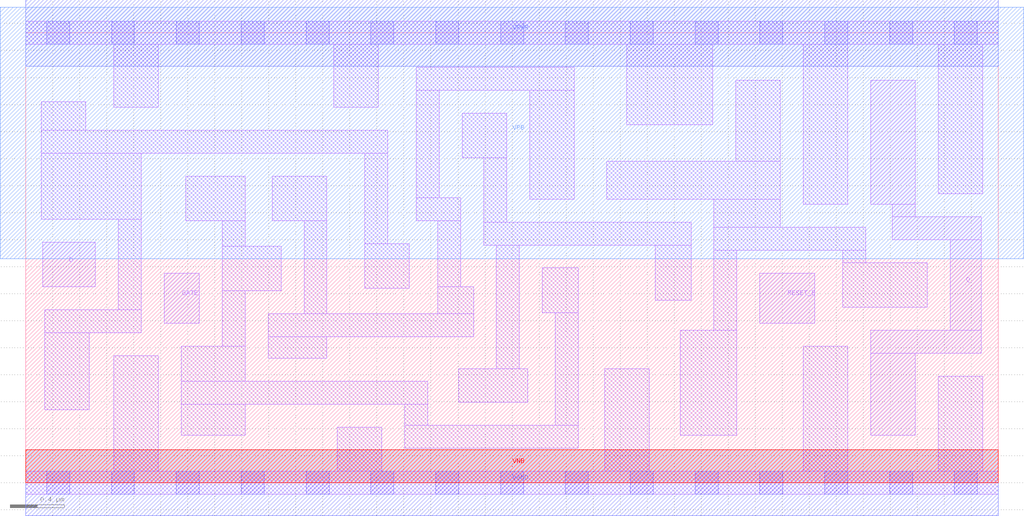
<source format=lef>
# Copyright 2020 The SkyWater PDK Authors
#
# Licensed under the Apache License, Version 2.0 (the "License");
# you may not use this file except in compliance with the License.
# You may obtain a copy of the License at
#
#     https://www.apache.org/licenses/LICENSE-2.0
#
# Unless required by applicable law or agreed to in writing, software
# distributed under the License is distributed on an "AS IS" BASIS,
# WITHOUT WARRANTIES OR CONDITIONS OF ANY KIND, either express or implied.
# See the License for the specific language governing permissions and
# limitations under the License.
#
# SPDX-License-Identifier: Apache-2.0

VERSION 5.7 ;
  NOWIREEXTENSIONATPIN ON ;
  DIVIDERCHAR "/" ;
  BUSBITCHARS "[]" ;
MACRO sky130_fd_sc_ls__dlrtp_2
  CLASS CORE ;
  FOREIGN sky130_fd_sc_ls__dlrtp_2 ;
  ORIGIN  0.000000  0.000000 ;
  SIZE  7.200000 BY  3.330000 ;
  SYMMETRY X Y ;
  SITE unit ;
  PIN D
    ANTENNAGATEAREA  0.208500 ;
    DIRECTION INPUT ;
    USE SIGNAL ;
    PORT
      LAYER li1 ;
        RECT 0.125000 1.450000 0.515000 1.780000 ;
    END
  END D
  PIN Q
    ANTENNADIFFAREA  0.567400 ;
    DIRECTION OUTPUT ;
    USE SIGNAL ;
    PORT
      LAYER li1 ;
        RECT 6.255000 0.350000 6.585000 0.960000 ;
        RECT 6.255000 0.960000 7.075000 1.130000 ;
        RECT 6.255000 2.060000 6.585000 2.980000 ;
        RECT 6.415000 1.800000 7.075000 1.970000 ;
        RECT 6.415000 1.970000 6.585000 2.060000 ;
        RECT 6.845000 1.130000 7.075000 1.800000 ;
    END
  END Q
  PIN RESET_B
    ANTENNAGATEAREA  0.279000 ;
    DIRECTION INPUT ;
    USE SIGNAL ;
    PORT
      LAYER li1 ;
        RECT 5.435000 1.180000 5.840000 1.550000 ;
    END
  END RESET_B
  PIN GATE
    ANTENNAGATEAREA  0.237000 ;
    DIRECTION INPUT ;
    USE CLOCK ;
    PORT
      LAYER li1 ;
        RECT 1.025000 1.180000 1.285000 1.550000 ;
    END
  END GATE
  PIN VGND
    DIRECTION INOUT ;
    SHAPE ABUTMENT ;
    USE GROUND ;
    PORT
      LAYER met1 ;
        RECT 0.000000 -0.245000 7.200000 0.245000 ;
    END
  END VGND
  PIN VNB
    DIRECTION INOUT ;
    USE GROUND ;
    PORT
      LAYER pwell ;
        RECT 0.000000 0.000000 7.200000 0.245000 ;
    END
  END VNB
  PIN VPB
    DIRECTION INOUT ;
    USE POWER ;
    PORT
      LAYER nwell ;
        RECT -0.190000 1.660000 7.390000 3.520000 ;
    END
  END VPB
  PIN VPWR
    DIRECTION INOUT ;
    SHAPE ABUTMENT ;
    USE POWER ;
    PORT
      LAYER met1 ;
        RECT 0.000000 3.085000 7.200000 3.575000 ;
    END
  END VPWR
  OBS
    LAYER li1 ;
      RECT 0.000000 -0.085000 7.200000 0.085000 ;
      RECT 0.000000  3.245000 7.200000 3.415000 ;
      RECT 0.115000  1.950000 0.855000 2.440000 ;
      RECT 0.115000  2.440000 2.680000 2.610000 ;
      RECT 0.115000  2.610000 0.445000 2.820000 ;
      RECT 0.140000  0.540000 0.470000 1.110000 ;
      RECT 0.140000  1.110000 0.855000 1.280000 ;
      RECT 0.650000  0.085000 0.980000 0.940000 ;
      RECT 0.650000  2.780000 0.980000 3.245000 ;
      RECT 0.685000  1.280000 0.855000 1.950000 ;
      RECT 1.150000  0.350000 1.625000 0.580000 ;
      RECT 1.150000  0.580000 2.975000 0.750000 ;
      RECT 1.150000  0.750000 1.625000 1.010000 ;
      RECT 1.185000  1.940000 1.625000 2.270000 ;
      RECT 1.455000  1.010000 1.625000 1.420000 ;
      RECT 1.455000  1.420000 1.890000 1.750000 ;
      RECT 1.455000  1.750000 1.625000 1.940000 ;
      RECT 1.795000  0.920000 2.230000 1.080000 ;
      RECT 1.795000  1.080000 3.315000 1.250000 ;
      RECT 1.825000  1.940000 2.230000 2.270000 ;
      RECT 2.060000  1.250000 2.230000 1.940000 ;
      RECT 2.280000  2.780000 2.610000 3.245000 ;
      RECT 2.305000  0.085000 2.635000 0.410000 ;
      RECT 2.510000  1.440000 2.840000 1.770000 ;
      RECT 2.510000  1.770000 2.680000 2.440000 ;
      RECT 2.805000  0.255000 4.090000 0.425000 ;
      RECT 2.805000  0.425000 2.975000 0.580000 ;
      RECT 2.890000  1.940000 3.220000 2.110000 ;
      RECT 2.890000  2.110000 3.060000 2.905000 ;
      RECT 2.890000  2.905000 4.060000 3.075000 ;
      RECT 3.050000  1.250000 3.315000 1.450000 ;
      RECT 3.050000  1.450000 3.220000 1.940000 ;
      RECT 3.205000  0.595000 3.715000 0.845000 ;
      RECT 3.230000  2.405000 3.560000 2.735000 ;
      RECT 3.390000  1.760000 4.925000 1.930000 ;
      RECT 3.390000  1.930000 3.560000 2.405000 ;
      RECT 3.485000  0.845000 3.655000 1.760000 ;
      RECT 3.730000  2.100000 4.060000 2.905000 ;
      RECT 3.825000  1.260000 4.090000 1.590000 ;
      RECT 3.920000  0.425000 4.090000 1.260000 ;
      RECT 4.285000  0.085000 4.615000 0.845000 ;
      RECT 4.300000  2.100000 5.585000 2.380000 ;
      RECT 4.450000  2.650000 5.085000 3.245000 ;
      RECT 4.660000  1.350000 4.925000 1.760000 ;
      RECT 4.845000  0.350000 5.265000 1.130000 ;
      RECT 5.095000  1.130000 5.265000 1.720000 ;
      RECT 5.095000  1.720000 6.220000 1.890000 ;
      RECT 5.095000  1.890000 5.585000 2.100000 ;
      RECT 5.255000  2.380000 5.585000 2.980000 ;
      RECT 5.755000  0.085000 6.085000 1.010000 ;
      RECT 5.755000  2.060000 6.085000 3.245000 ;
      RECT 6.050000  1.300000 6.675000 1.630000 ;
      RECT 6.050000  1.630000 6.220000 1.720000 ;
      RECT 6.755000  0.085000 7.085000 0.790000 ;
      RECT 6.755000  2.140000 7.085000 3.245000 ;
    LAYER mcon ;
      RECT 0.155000 -0.085000 0.325000 0.085000 ;
      RECT 0.155000  3.245000 0.325000 3.415000 ;
      RECT 0.635000 -0.085000 0.805000 0.085000 ;
      RECT 0.635000  3.245000 0.805000 3.415000 ;
      RECT 1.115000 -0.085000 1.285000 0.085000 ;
      RECT 1.115000  3.245000 1.285000 3.415000 ;
      RECT 1.595000 -0.085000 1.765000 0.085000 ;
      RECT 1.595000  3.245000 1.765000 3.415000 ;
      RECT 2.075000 -0.085000 2.245000 0.085000 ;
      RECT 2.075000  3.245000 2.245000 3.415000 ;
      RECT 2.555000 -0.085000 2.725000 0.085000 ;
      RECT 2.555000  3.245000 2.725000 3.415000 ;
      RECT 3.035000 -0.085000 3.205000 0.085000 ;
      RECT 3.035000  3.245000 3.205000 3.415000 ;
      RECT 3.515000 -0.085000 3.685000 0.085000 ;
      RECT 3.515000  3.245000 3.685000 3.415000 ;
      RECT 3.995000 -0.085000 4.165000 0.085000 ;
      RECT 3.995000  3.245000 4.165000 3.415000 ;
      RECT 4.475000 -0.085000 4.645000 0.085000 ;
      RECT 4.475000  3.245000 4.645000 3.415000 ;
      RECT 4.955000 -0.085000 5.125000 0.085000 ;
      RECT 4.955000  3.245000 5.125000 3.415000 ;
      RECT 5.435000 -0.085000 5.605000 0.085000 ;
      RECT 5.435000  3.245000 5.605000 3.415000 ;
      RECT 5.915000 -0.085000 6.085000 0.085000 ;
      RECT 5.915000  3.245000 6.085000 3.415000 ;
      RECT 6.395000 -0.085000 6.565000 0.085000 ;
      RECT 6.395000  3.245000 6.565000 3.415000 ;
      RECT 6.875000 -0.085000 7.045000 0.085000 ;
      RECT 6.875000  3.245000 7.045000 3.415000 ;
  END
END sky130_fd_sc_ls__dlrtp_2
END LIBRARY

</source>
